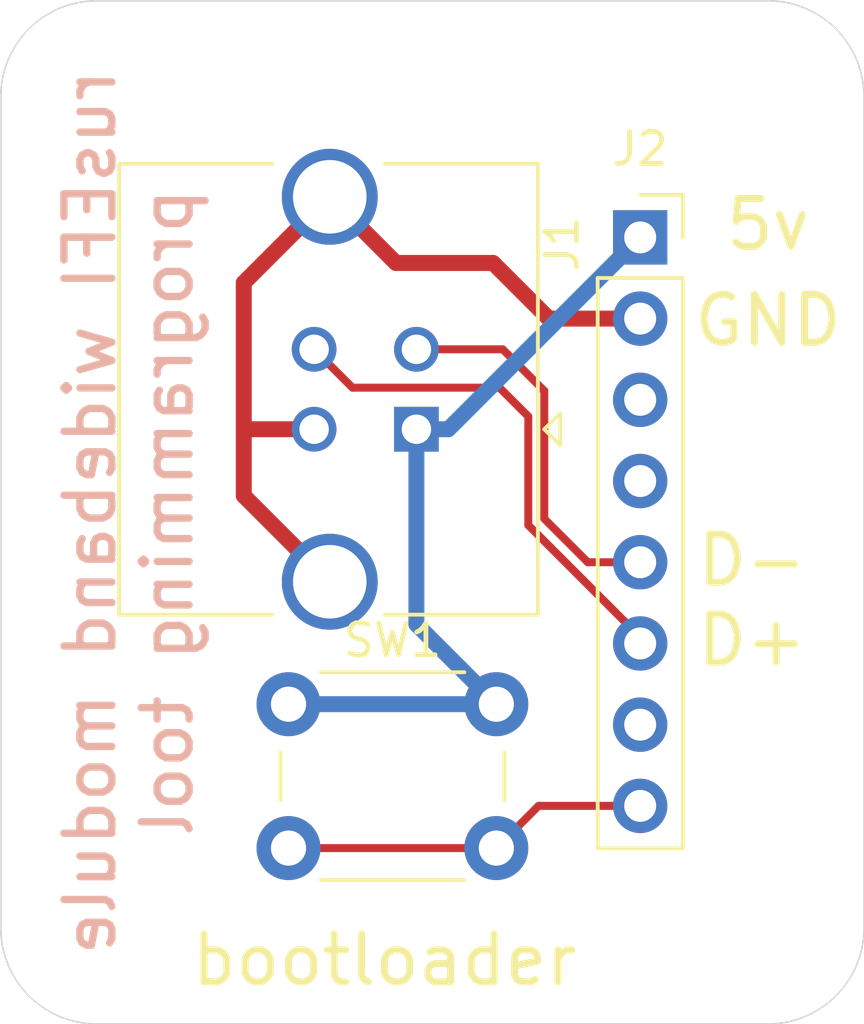
<source format=kicad_pcb>
(kicad_pcb (version 20171130) (host pcbnew "(5.1.5-0-10_14)")

  (general
    (thickness 1.6)
    (drawings 14)
    (tracks 28)
    (zones 0)
    (modules 3)
    (nets 9)
  )

  (page A4)
  (layers
    (0 F.Cu signal)
    (31 B.Cu signal)
    (32 B.Adhes user hide)
    (33 F.Adhes user hide)
    (34 B.Paste user hide)
    (35 F.Paste user hide)
    (36 B.SilkS user)
    (37 F.SilkS user)
    (38 B.Mask user hide)
    (39 F.Mask user hide)
    (40 Dwgs.User user hide)
    (41 Cmts.User user hide)
    (42 Eco1.User user hide)
    (43 Eco2.User user hide)
    (44 Edge.Cuts user)
    (45 Margin user)
    (46 B.CrtYd user)
    (47 F.CrtYd user)
    (48 B.Fab user hide)
    (49 F.Fab user hide)
  )

  (setup
    (last_trace_width 0.25)
    (user_trace_width 0.25)
    (user_trace_width 0.5)
    (user_trace_width 1)
    (trace_clearance 0.2)
    (zone_clearance 0.508)
    (zone_45_only no)
    (trace_min 0.2)
    (via_size 0.8)
    (via_drill 0.4)
    (via_min_size 0.4)
    (via_min_drill 0.3)
    (uvia_size 0.3)
    (uvia_drill 0.1)
    (uvias_allowed no)
    (uvia_min_size 0.2)
    (uvia_min_drill 0.1)
    (edge_width 0.05)
    (segment_width 0.2)
    (pcb_text_width 0.3)
    (pcb_text_size 1.5 1.5)
    (mod_edge_width 0.12)
    (mod_text_size 1 1)
    (mod_text_width 0.15)
    (pad_size 1.524 1.524)
    (pad_drill 0.762)
    (pad_to_mask_clearance 0.051)
    (solder_mask_min_width 0.25)
    (aux_axis_origin 0 0)
    (visible_elements FFFFFF7F)
    (pcbplotparams
      (layerselection 0x010fc_ffffffff)
      (usegerberextensions false)
      (usegerberattributes false)
      (usegerberadvancedattributes false)
      (creategerberjobfile false)
      (excludeedgelayer true)
      (linewidth 0.100000)
      (plotframeref false)
      (viasonmask false)
      (mode 1)
      (useauxorigin false)
      (hpglpennumber 1)
      (hpglpenspeed 20)
      (hpglpendiameter 15.000000)
      (psnegative false)
      (psa4output false)
      (plotreference true)
      (plotvalue true)
      (plotinvisibletext false)
      (padsonsilk false)
      (subtractmaskfromsilk false)
      (outputformat 1)
      (mirror false)
      (drillshape 1)
      (scaleselection 1)
      (outputdirectory ""))
  )

  (net 0 "")
  (net 1 "Net-(J1-Pad2)")
  (net 2 GND)
  (net 3 "Net-(J1-Pad1)")
  (net 4 "Net-(J1-Pad3)")
  (net 5 "Net-(J2-Pad8)")
  (net 6 "Net-(J2-Pad7)")
  (net 7 "Net-(J2-Pad4)")
  (net 8 "Net-(J2-Pad3)")

  (net_class Default "This is the default net class."
    (clearance 0.2)
    (trace_width 0.25)
    (via_dia 0.8)
    (via_drill 0.4)
    (uvia_dia 0.3)
    (uvia_drill 0.1)
    (add_net GND)
    (add_net "Net-(J1-Pad1)")
    (add_net "Net-(J1-Pad2)")
    (add_net "Net-(J1-Pad3)")
    (add_net "Net-(J2-Pad3)")
    (add_net "Net-(J2-Pad4)")
    (add_net "Net-(J2-Pad7)")
    (add_net "Net-(J2-Pad8)")
  )

  (module Button_Switch_THT:SW_PUSH_6mm (layer F.Cu) (tedit 5A02FE31) (tstamp 5FC6738B)
    (at 103 81)
    (descr https://www.omron.com/ecb/products/pdf/en-b3f.pdf)
    (tags "tact sw push 6mm")
    (path /5FC67930)
    (fp_text reference SW1 (at 3.25 -2) (layer F.SilkS)
      (effects (font (size 1 1) (thickness 0.15)))
    )
    (fp_text value SW_Push (at 3.75 6.7) (layer F.Fab)
      (effects (font (size 1 1) (thickness 0.15)))
    )
    (fp_circle (center 3.25 2.25) (end 1.25 2.5) (layer F.Fab) (width 0.1))
    (fp_line (start 6.75 3) (end 6.75 1.5) (layer F.SilkS) (width 0.12))
    (fp_line (start 5.5 -1) (end 1 -1) (layer F.SilkS) (width 0.12))
    (fp_line (start -0.25 1.5) (end -0.25 3) (layer F.SilkS) (width 0.12))
    (fp_line (start 1 5.5) (end 5.5 5.5) (layer F.SilkS) (width 0.12))
    (fp_line (start 8 -1.25) (end 8 5.75) (layer F.CrtYd) (width 0.05))
    (fp_line (start 7.75 6) (end -1.25 6) (layer F.CrtYd) (width 0.05))
    (fp_line (start -1.5 5.75) (end -1.5 -1.25) (layer F.CrtYd) (width 0.05))
    (fp_line (start -1.25 -1.5) (end 7.75 -1.5) (layer F.CrtYd) (width 0.05))
    (fp_line (start -1.5 6) (end -1.25 6) (layer F.CrtYd) (width 0.05))
    (fp_line (start -1.5 5.75) (end -1.5 6) (layer F.CrtYd) (width 0.05))
    (fp_line (start -1.5 -1.5) (end -1.25 -1.5) (layer F.CrtYd) (width 0.05))
    (fp_line (start -1.5 -1.25) (end -1.5 -1.5) (layer F.CrtYd) (width 0.05))
    (fp_line (start 8 -1.5) (end 8 -1.25) (layer F.CrtYd) (width 0.05))
    (fp_line (start 7.75 -1.5) (end 8 -1.5) (layer F.CrtYd) (width 0.05))
    (fp_line (start 8 6) (end 8 5.75) (layer F.CrtYd) (width 0.05))
    (fp_line (start 7.75 6) (end 8 6) (layer F.CrtYd) (width 0.05))
    (fp_line (start 0.25 -0.75) (end 3.25 -0.75) (layer F.Fab) (width 0.1))
    (fp_line (start 0.25 5.25) (end 0.25 -0.75) (layer F.Fab) (width 0.1))
    (fp_line (start 6.25 5.25) (end 0.25 5.25) (layer F.Fab) (width 0.1))
    (fp_line (start 6.25 -0.75) (end 6.25 5.25) (layer F.Fab) (width 0.1))
    (fp_line (start 3.25 -0.75) (end 6.25 -0.75) (layer F.Fab) (width 0.1))
    (fp_text user %R (at 3.25 2.25) (layer F.Fab)
      (effects (font (size 1 1) (thickness 0.15)))
    )
    (pad 1 thru_hole circle (at 6.5 0 90) (size 2 2) (drill 1.1) (layers *.Cu *.Mask)
      (net 3 "Net-(J1-Pad1)"))
    (pad 2 thru_hole circle (at 6.5 4.5 90) (size 2 2) (drill 1.1) (layers *.Cu *.Mask)
      (net 5 "Net-(J2-Pad8)"))
    (pad 1 thru_hole circle (at 0 0 90) (size 2 2) (drill 1.1) (layers *.Cu *.Mask)
      (net 3 "Net-(J1-Pad1)"))
    (pad 2 thru_hole circle (at 0 4.5 90) (size 2 2) (drill 1.1) (layers *.Cu *.Mask)
      (net 5 "Net-(J2-Pad8)"))
    (model ${KISYS3DMOD}/Button_Switch_THT.3dshapes/SW_PUSH_6mm.wrl
      (at (xyz 0 0 0))
      (scale (xyz 1 1 1))
      (rotate (xyz 0 0 0))
    )
  )

  (module Connector_PinSocket_2.54mm:PinSocket_1x08_P2.54mm_Vertical (layer F.Cu) (tedit 5A19A420) (tstamp 5FC671F0)
    (at 114 66.4)
    (descr "Through hole straight socket strip, 1x08, 2.54mm pitch, single row (from Kicad 4.0.7), script generated")
    (tags "Through hole socket strip THT 1x08 2.54mm single row")
    (path /5FC61831)
    (fp_text reference J2 (at 0 -2.77) (layer F.SilkS)
      (effects (font (size 1 1) (thickness 0.15)))
    )
    (fp_text value Conn_01x08 (at 0 20.55) (layer F.Fab)
      (effects (font (size 1 1) (thickness 0.15)))
    )
    (fp_text user %R (at 0 8.89 90) (layer F.Fab)
      (effects (font (size 1 1) (thickness 0.15)))
    )
    (fp_line (start -1.8 19.55) (end -1.8 -1.8) (layer F.CrtYd) (width 0.05))
    (fp_line (start 1.75 19.55) (end -1.8 19.55) (layer F.CrtYd) (width 0.05))
    (fp_line (start 1.75 -1.8) (end 1.75 19.55) (layer F.CrtYd) (width 0.05))
    (fp_line (start -1.8 -1.8) (end 1.75 -1.8) (layer F.CrtYd) (width 0.05))
    (fp_line (start 0 -1.33) (end 1.33 -1.33) (layer F.SilkS) (width 0.12))
    (fp_line (start 1.33 -1.33) (end 1.33 0) (layer F.SilkS) (width 0.12))
    (fp_line (start 1.33 1.27) (end 1.33 19.11) (layer F.SilkS) (width 0.12))
    (fp_line (start -1.33 19.11) (end 1.33 19.11) (layer F.SilkS) (width 0.12))
    (fp_line (start -1.33 1.27) (end -1.33 19.11) (layer F.SilkS) (width 0.12))
    (fp_line (start -1.33 1.27) (end 1.33 1.27) (layer F.SilkS) (width 0.12))
    (fp_line (start -1.27 19.05) (end -1.27 -1.27) (layer F.Fab) (width 0.1))
    (fp_line (start 1.27 19.05) (end -1.27 19.05) (layer F.Fab) (width 0.1))
    (fp_line (start 1.27 -0.635) (end 1.27 19.05) (layer F.Fab) (width 0.1))
    (fp_line (start 0.635 -1.27) (end 1.27 -0.635) (layer F.Fab) (width 0.1))
    (fp_line (start -1.27 -1.27) (end 0.635 -1.27) (layer F.Fab) (width 0.1))
    (pad 8 thru_hole oval (at 0 17.78) (size 1.7 1.7) (drill 1) (layers *.Cu *.Mask)
      (net 5 "Net-(J2-Pad8)"))
    (pad 7 thru_hole oval (at 0 15.24) (size 1.7 1.7) (drill 1) (layers *.Cu *.Mask)
      (net 6 "Net-(J2-Pad7)"))
    (pad 6 thru_hole oval (at 0 12.7) (size 1.7 1.7) (drill 1) (layers *.Cu *.Mask)
      (net 4 "Net-(J1-Pad3)"))
    (pad 5 thru_hole oval (at 0 10.16) (size 1.7 1.7) (drill 1) (layers *.Cu *.Mask)
      (net 1 "Net-(J1-Pad2)"))
    (pad 4 thru_hole oval (at 0 7.62) (size 1.7 1.7) (drill 1) (layers *.Cu *.Mask)
      (net 7 "Net-(J2-Pad4)"))
    (pad 3 thru_hole oval (at 0 5.08) (size 1.7 1.7) (drill 1) (layers *.Cu *.Mask)
      (net 8 "Net-(J2-Pad3)"))
    (pad 2 thru_hole oval (at 0 2.54) (size 1.7 1.7) (drill 1) (layers *.Cu *.Mask)
      (net 2 GND))
    (pad 1 thru_hole rect (at 0 0) (size 1.7 1.7) (drill 1) (layers *.Cu *.Mask)
      (net 3 "Net-(J1-Pad1)"))
    (model ${KISYS3DMOD}/Connector_PinSocket_2.54mm.3dshapes/PinSocket_1x08_P2.54mm_Vertical.wrl
      (at (xyz 0 0 0))
      (scale (xyz 1 1 1))
      (rotate (xyz 0 0 0))
    )
  )

  (module Connector_USB:USB_B_TE_5787834_Vertical (layer F.Cu) (tedit 5A23F084) (tstamp 5FC66EC5)
    (at 107 72.4 270)
    (descr http://www.mouser.com/ds/2/418/NG_CD_5787834_A4-669110.pdf)
    (tags "USB_B USB B vertical female connector")
    (path /5FC62D25)
    (fp_text reference J1 (at -5.8 -4.55 90) (layer F.SilkS)
      (effects (font (size 1 1) (thickness 0.15)))
    )
    (fp_text value USB_B (at -1.25 10.25 90) (layer F.Fab)
      (effects (font (size 1 1) (thickness 0.15)))
    )
    (fp_line (start 6.5 9.5) (end -9 9.5) (layer F.CrtYd) (width 0.05))
    (fp_line (start 6.5 9.5) (end 6.5 -4) (layer F.CrtYd) (width 0.05))
    (fp_line (start -9 -4) (end -9 9.5) (layer F.CrtYd) (width 0.05))
    (fp_line (start -9 -4) (end 6.5 -4) (layer F.CrtYd) (width 0.05))
    (fp_line (start -8.25 9.25) (end -8.25 -3.75) (layer F.Fab) (width 0.1))
    (fp_line (start 5.75 9.25) (end -8.25 9.25) (layer F.Fab) (width 0.1))
    (fp_line (start 5.75 -3) (end 5.75 9.25) (layer F.Fab) (width 0.1))
    (fp_line (start -8.25 -3.75) (end 5 -3.75) (layer F.Fab) (width 0.1))
    (fp_line (start 5 -3.75) (end 5.75 -3) (layer F.Fab) (width 0.1))
    (fp_line (start 0 -4) (end 0.5 -4.5) (layer F.SilkS) (width 0.12))
    (fp_line (start 0.5 -4.5) (end -0.5 -4.5) (layer F.SilkS) (width 0.12))
    (fp_line (start -0.5 -4.5) (end 0 -4) (layer F.SilkS) (width 0.12))
    (fp_line (start -8.3 -3.8) (end 5.8 -3.8) (layer F.SilkS) (width 0.12))
    (fp_line (start 5.8 -3.8) (end 5.8 1) (layer F.SilkS) (width 0.12))
    (fp_line (start 5.8 4.5) (end 5.8 9.3) (layer F.SilkS) (width 0.12))
    (fp_line (start 5.8 9.3) (end -8.3 9.3) (layer F.SilkS) (width 0.12))
    (fp_line (start -8.3 9.3) (end -8.3 4.5) (layer F.SilkS) (width 0.12))
    (fp_line (start -8.3 1) (end -8.3 -3.8) (layer F.SilkS) (width 0.12))
    (fp_text user %R (at -1.2 6.4 90) (layer F.Fab)
      (effects (font (size 1 1) (thickness 0.15)))
    )
    (pad 2 thru_hole circle (at -2.5 0 270) (size 1.4 1.4) (drill 0.92) (layers *.Cu *.Mask)
      (net 1 "Net-(J1-Pad2)"))
    (pad 5 thru_hole circle (at -7.27 2.71 270) (size 3 3) (drill 2.3) (layers *.Cu *.Mask)
      (net 2 GND))
    (pad 1 thru_hole rect (at 0 0 270) (size 1.4 1.4) (drill 0.92) (layers *.Cu *.Mask)
      (net 3 "Net-(J1-Pad1)"))
    (pad 3 thru_hole circle (at -2.5 3.2 270) (size 1.4 1.4) (drill 0.92) (layers *.Cu *.Mask)
      (net 4 "Net-(J1-Pad3)"))
    (pad 4 thru_hole circle (at 0 3.2 270) (size 1.4 1.4) (drill 0.92) (layers *.Cu *.Mask)
      (net 2 GND))
    (pad 5 thru_hole circle (at 4.77 2.71 270) (size 3 3) (drill 2.3) (layers *.Cu *.Mask)
      (net 2 GND))
    (model ${KISYS3DMOD}/Connector_USB.3dshapes/USB_B_TE_5787834_Vertical.wrl
      (at (xyz 0 0 0))
      (scale (xyz 1 1 1))
      (rotate (xyz 0 0 0))
    )
  )

  (gr_arc (start 97 62) (end 97 59) (angle -90) (layer Edge.Cuts) (width 0.05))
  (gr_arc (start 97 88) (end 94 88) (angle -90) (layer Edge.Cuts) (width 0.05))
  (gr_arc (start 118 88) (end 118 91) (angle -90) (layer Edge.Cuts) (width 0.05))
  (gr_arc (start 118 62) (end 121 62) (angle -90) (layer Edge.Cuts) (width 0.05))
  (gr_text D+ (at 117.5 79) (layer F.SilkS) (tstamp 5FC674D1)
    (effects (font (size 1.5 1.5) (thickness 0.22)))
  )
  (gr_text D- (at 117.5 76.5) (layer F.SilkS) (tstamp 5FC674CF)
    (effects (font (size 1.5 1.5) (thickness 0.22)))
  )
  (gr_text GND (at 118 69) (layer F.SilkS) (tstamp 5FC674CB)
    (effects (font (size 1.5 1.5) (thickness 0.22)))
  )
  (gr_text "rusEFI wideband module\nprogramming tool" (at 98 75 90) (layer B.SilkS)
    (effects (font (size 1.5 1.5) (thickness 0.23)) (justify mirror))
  )
  (gr_text bootloader (at 106 89) (layer F.SilkS)
    (effects (font (size 1.5 1.5) (thickness 0.22)))
  )
  (gr_text 5v (at 118 66) (layer F.SilkS)
    (effects (font (size 1.5 1.5) (thickness 0.22)))
  )
  (gr_line (start 94 88) (end 94 62) (layer Edge.Cuts) (width 0.05) (tstamp 5FC6743C))
  (gr_line (start 118 91) (end 97 91) (layer Edge.Cuts) (width 0.05))
  (gr_line (start 121 62) (end 121 88) (layer Edge.Cuts) (width 0.05))
  (gr_line (start 97 59) (end 118 59) (layer Edge.Cuts) (width 0.05))

  (segment (start 107 69.9) (end 109.7 69.9) (width 0.25) (layer F.Cu) (net 1))
  (segment (start 109.7 69.9) (end 111 71.2) (width 0.25) (layer F.Cu) (net 1))
  (segment (start 111 71.2) (end 111 75.2) (width 0.25) (layer F.Cu) (net 1))
  (segment (start 112.36 76.56) (end 114 76.56) (width 0.25) (layer F.Cu) (net 1))
  (segment (start 111 75.2) (end 112.36 76.56) (width 0.25) (layer F.Cu) (net 1))
  (segment (start 104.29 65.13) (end 106.36 67.2) (width 0.5) (layer F.Cu) (net 2))
  (segment (start 106.36 67.2) (end 109.4 67.2) (width 0.5) (layer F.Cu) (net 2))
  (segment (start 111.14 68.94) (end 114 68.94) (width 0.5) (layer F.Cu) (net 2))
  (segment (start 109.4 67.2) (end 111.14 68.94) (width 0.5) (layer F.Cu) (net 2))
  (segment (start 104.29 65.13) (end 101.6 67.82) (width 0.5) (layer F.Cu) (net 2))
  (segment (start 101.6 74.48) (end 104.29 77.17) (width 0.5) (layer F.Cu) (net 2))
  (segment (start 101.6 72.4) (end 101.6 74.48) (width 0.5) (layer F.Cu) (net 2))
  (segment (start 103.8 72.4) (end 101.6 72.4) (width 0.5) (layer F.Cu) (net 2))
  (segment (start 101.6 67.82) (end 101.6 72.4) (width 0.5) (layer F.Cu) (net 2))
  (segment (start 108 72.4) (end 114 66.4) (width 0.5) (layer B.Cu) (net 3))
  (segment (start 107 72.4) (end 108 72.4) (width 0.5) (layer B.Cu) (net 3))
  (segment (start 107 78.5) (end 109.5 81) (width 0.5) (layer B.Cu) (net 3))
  (segment (start 107 72.4) (end 107 78.5) (width 0.5) (layer B.Cu) (net 3))
  (segment (start 103 81) (end 109.5 81) (width 0.5) (layer B.Cu) (net 3))
  (segment (start 103.8 69.9) (end 105 71.1) (width 0.25) (layer F.Cu) (net 4))
  (segment (start 110.5 75.4) (end 114 78.9) (width 0.25) (layer F.Cu) (net 4))
  (segment (start 110.5 72) (end 110.5 75.4) (width 0.25) (layer F.Cu) (net 4))
  (segment (start 109.6 71.1) (end 110.5 72) (width 0.25) (layer F.Cu) (net 4))
  (segment (start 114 78.9) (end 114 79.1) (width 0.25) (layer F.Cu) (net 4))
  (segment (start 105 71.1) (end 109.6 71.1) (width 0.25) (layer F.Cu) (net 4))
  (segment (start 103 85.5) (end 109.5 85.5) (width 0.25) (layer F.Cu) (net 5))
  (segment (start 110.82 84.18) (end 114 84.18) (width 0.25) (layer F.Cu) (net 5))
  (segment (start 109.5 85.5) (end 110.82 84.18) (width 0.25) (layer F.Cu) (net 5))

)

</source>
